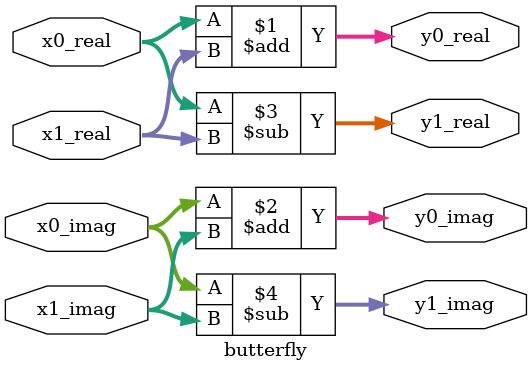
<source format=sv>
module butterfly #(
        parameter WIDTH = 16
    )(
        input  logic signed [WIDTH-1:0] x0_real,
        input  logic signed [WIDTH-1:0] x0_imag,
        input  logic signed [WIDTH-1:0] x1_real,
        input  logic signed [WIDTH-1:0] x1_imag, 
        output logic signed [WIDTH-1:0] y0_real,
        output logic signed [WIDTH-1:0] y0_imag,
        output logic signed [WIDTH-1:0] y1_real,
        output logic signed [WIDTH-1:0] y1_imag
    );
        assign y0_real = x0_real + x1_real;
        assign y0_imag = x0_imag + x1_imag;
        assign y1_real = x0_real - x1_real;
        assign y1_imag = x0_imag - x1_imag;
endmodule

</source>
